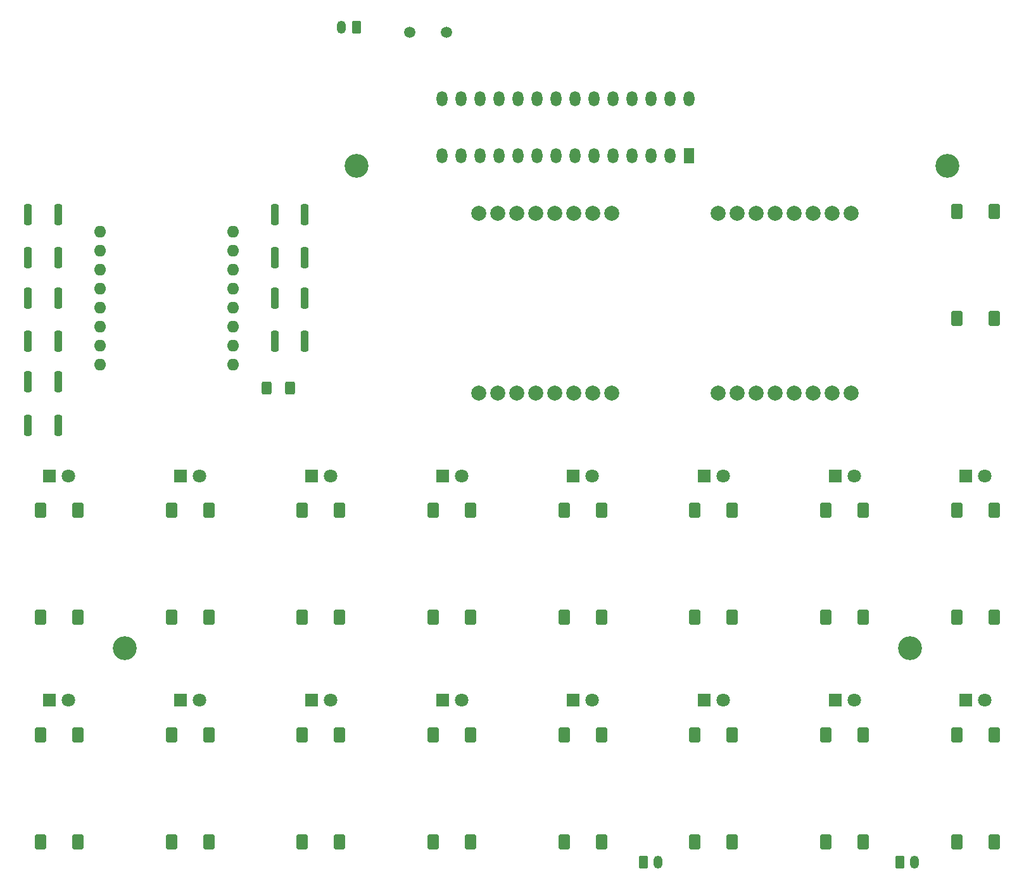
<source format=gbr>
%TF.GenerationSoftware,KiCad,Pcbnew,9.0.3*%
%TF.CreationDate,2026-01-12T23:46:14+01:00*%
%TF.ProjectId,Learning_Numbers,4c656172-6e69-46e6-975f-4e756d626572,rev?*%
%TF.SameCoordinates,Original*%
%TF.FileFunction,Soldermask,Top*%
%TF.FilePolarity,Negative*%
%FSLAX46Y46*%
G04 Gerber Fmt 4.6, Leading zero omitted, Abs format (unit mm)*
G04 Created by KiCad (PCBNEW 9.0.3) date 2026-01-12 23:46:14*
%MOMM*%
%LPD*%
G01*
G04 APERTURE LIST*
G04 Aperture macros list*
%AMRoundRect*
0 Rectangle with rounded corners*
0 $1 Rounding radius*
0 $2 $3 $4 $5 $6 $7 $8 $9 X,Y pos of 4 corners*
0 Add a 4 corners polygon primitive as box body*
4,1,4,$2,$3,$4,$5,$6,$7,$8,$9,$2,$3,0*
0 Add four circle primitives for the rounded corners*
1,1,$1+$1,$2,$3*
1,1,$1+$1,$4,$5*
1,1,$1+$1,$6,$7*
1,1,$1+$1,$8,$9*
0 Add four rect primitives between the rounded corners*
20,1,$1+$1,$2,$3,$4,$5,0*
20,1,$1+$1,$4,$5,$6,$7,0*
20,1,$1+$1,$6,$7,$8,$9,0*
20,1,$1+$1,$8,$9,$2,$3,0*%
G04 Aperture macros list end*
%ADD10C,3.200000*%
%ADD11RoundRect,0.250000X0.500000X-0.750000X0.500000X0.750000X-0.500000X0.750000X-0.500000X-0.750000X0*%
%ADD12R,1.800000X1.800000*%
%ADD13C,1.800000*%
%ADD14RoundRect,0.250000X0.250000X-1.150000X0.250000X1.150000X-0.250000X1.150000X-0.250000X-1.150000X0*%
%ADD15C,2.000000*%
%ADD16RoundRect,0.250000X-0.400000X-0.625000X0.400000X-0.625000X0.400000X0.625000X-0.400000X0.625000X0*%
%ADD17C,1.500000*%
%ADD18RoundRect,0.250000X-0.350000X-0.625000X0.350000X-0.625000X0.350000X0.625000X-0.350000X0.625000X0*%
%ADD19O,1.200000X1.750000*%
%ADD20R,1.440000X2.000000*%
%ADD21O,1.440000X2.000000*%
%ADD22RoundRect,0.250000X0.350000X0.625000X-0.350000X0.625000X-0.350000X-0.625000X0.350000X-0.625000X0*%
%ADD23O,1.600000X1.600000*%
G04 APERTURE END LIST*
D10*
%TO.C,H2*%
X180000000Y-65500000D03*
%TD*%
D11*
%TO.C,SW6*%
X128750000Y-125900000D03*
X128750000Y-111600000D03*
X133750000Y-125900000D03*
X133750000Y-111600000D03*
%TD*%
%TO.C,SW7*%
X146250000Y-125900000D03*
X146250000Y-111600000D03*
X151250000Y-125900000D03*
X151250000Y-111600000D03*
%TD*%
D12*
%TO.C,D8*%
X182480000Y-107000000D03*
D13*
X185020000Y-107000000D03*
%TD*%
D11*
%TO.C,SW2*%
X58750000Y-125900000D03*
X58750000Y-111600000D03*
X63750000Y-125900000D03*
X63750000Y-111600000D03*
%TD*%
D12*
%TO.C,D5*%
X129980000Y-107000000D03*
D13*
X132520000Y-107000000D03*
%TD*%
D14*
%TO.C,SW23*%
X90100000Y-77800000D03*
X90100000Y-72000000D03*
X94100000Y-77800000D03*
X94100000Y-72000000D03*
%TD*%
D11*
%TO.C,SW13*%
X111250000Y-155900000D03*
X111250000Y-141600000D03*
X116250000Y-155900000D03*
X116250000Y-141600000D03*
%TD*%
%TO.C,SW5*%
X111250000Y-125900000D03*
X111250000Y-111600000D03*
X116250000Y-125900000D03*
X116250000Y-111600000D03*
%TD*%
D14*
%TO.C,SW22*%
X90100000Y-89000000D03*
X90100000Y-83200000D03*
X94100000Y-89000000D03*
X94100000Y-83200000D03*
%TD*%
D11*
%TO.C,SW3*%
X76250000Y-125900000D03*
X76250000Y-111600000D03*
X81250000Y-125900000D03*
X81250000Y-111600000D03*
%TD*%
D14*
%TO.C,SW21*%
X57100000Y-100200000D03*
X57100000Y-94400000D03*
X61100000Y-100200000D03*
X61100000Y-94400000D03*
%TD*%
D11*
%TO.C,SW15*%
X146250000Y-155900000D03*
X146250000Y-141600000D03*
X151250000Y-155900000D03*
X151250000Y-141600000D03*
%TD*%
D10*
%TO.C,H3*%
X70000000Y-130000000D03*
%TD*%
D11*
%TO.C,SW11*%
X76250000Y-155900000D03*
X76250000Y-141600000D03*
X81250000Y-155900000D03*
X81250000Y-141600000D03*
%TD*%
D12*
%TO.C,D4*%
X112480000Y-107000000D03*
D13*
X115020000Y-107000000D03*
%TD*%
D12*
%TO.C,D16*%
X182480000Y-137000000D03*
D13*
X185020000Y-137000000D03*
%TD*%
D11*
%TO.C,SW9*%
X181250000Y-125900000D03*
X181250000Y-111600000D03*
X186250000Y-125900000D03*
X186250000Y-111600000D03*
%TD*%
%TO.C,SW8*%
X163750000Y-125900000D03*
X163750000Y-111600000D03*
X168750000Y-125900000D03*
X168750000Y-111600000D03*
%TD*%
D12*
%TO.C,D6*%
X147480000Y-107000000D03*
D13*
X150020000Y-107000000D03*
%TD*%
D11*
%TO.C,SW16*%
X163750000Y-155900000D03*
X163750000Y-141600000D03*
X168750000Y-155900000D03*
X168750000Y-141600000D03*
%TD*%
D12*
%TO.C,D7*%
X164980000Y-107000000D03*
D13*
X167520000Y-107000000D03*
%TD*%
D12*
%TO.C,D2*%
X77480000Y-107000000D03*
D13*
X80020000Y-107000000D03*
%TD*%
D12*
%TO.C,D1*%
X59980000Y-107000000D03*
D13*
X62520000Y-107000000D03*
%TD*%
D11*
%TO.C,SW14*%
X128750000Y-155900000D03*
X128750000Y-141600000D03*
X133750000Y-155900000D03*
X133750000Y-141600000D03*
%TD*%
D14*
%TO.C,SW19*%
X57100000Y-77800000D03*
X57100000Y-72000000D03*
X61100000Y-77800000D03*
X61100000Y-72000000D03*
%TD*%
D12*
%TO.C,D12*%
X112480000Y-137000000D03*
D13*
X115020000Y-137000000D03*
%TD*%
D15*
%TO.C,U9*%
X117310000Y-95890000D03*
X119850000Y-95890000D03*
X122390000Y-95890000D03*
X124930000Y-95890000D03*
X127470000Y-95890000D03*
X130010000Y-95890000D03*
X132550000Y-95890000D03*
X135090000Y-95890000D03*
X135090000Y-71890000D03*
X132550000Y-71890000D03*
X130010000Y-71890000D03*
X127470000Y-71890000D03*
X124930000Y-71890000D03*
X122390000Y-71890000D03*
X119850000Y-71890000D03*
X117310000Y-71890000D03*
%TD*%
D12*
%TO.C,D9*%
X59980000Y-137000000D03*
D13*
X62520000Y-137000000D03*
%TD*%
D11*
%TO.C,SW18*%
X181250000Y-85930000D03*
X181250000Y-71630000D03*
X186250000Y-85930000D03*
X186250000Y-71630000D03*
%TD*%
%TO.C,SW4*%
X93750000Y-125900000D03*
X93750000Y-111600000D03*
X98750000Y-125900000D03*
X98750000Y-111600000D03*
%TD*%
%TO.C,SW10*%
X58750000Y-155900000D03*
X58750000Y-141600000D03*
X63750000Y-155900000D03*
X63750000Y-141600000D03*
%TD*%
D12*
%TO.C,D15*%
X164980000Y-137000000D03*
D13*
X167520000Y-137000000D03*
%TD*%
D12*
%TO.C,D11*%
X94980000Y-137000000D03*
D13*
X97520000Y-137000000D03*
%TD*%
D11*
%TO.C,SW17*%
X181250000Y-155900000D03*
X181250000Y-141600000D03*
X186250000Y-155900000D03*
X186250000Y-141600000D03*
%TD*%
D12*
%TO.C,D14*%
X147480000Y-137000000D03*
D13*
X150020000Y-137000000D03*
%TD*%
D10*
%TO.C,H4*%
X175000000Y-130000000D03*
%TD*%
D16*
%TO.C,R33*%
X89000000Y-95250000D03*
X92100000Y-95250000D03*
%TD*%
D15*
%TO.C,U10*%
X149310000Y-95890000D03*
X151850000Y-95890000D03*
X154390000Y-95890000D03*
X156930000Y-95890000D03*
X159470000Y-95890000D03*
X162010000Y-95890000D03*
X164550000Y-95890000D03*
X167090000Y-95890000D03*
X167090000Y-71890000D03*
X164550000Y-71890000D03*
X162010000Y-71890000D03*
X159470000Y-71890000D03*
X156930000Y-71890000D03*
X154390000Y-71890000D03*
X151850000Y-71890000D03*
X149310000Y-71890000D03*
%TD*%
D10*
%TO.C,H1*%
X101000000Y-65500000D03*
%TD*%
D11*
%TO.C,SW12*%
X93750000Y-155900000D03*
X93750000Y-141600000D03*
X98750000Y-155900000D03*
X98750000Y-141600000D03*
%TD*%
D14*
%TO.C,SW20*%
X57100000Y-89000000D03*
X57100000Y-83200000D03*
X61100000Y-89000000D03*
X61100000Y-83200000D03*
%TD*%
D12*
%TO.C,D13*%
X129980000Y-137000000D03*
D13*
X132520000Y-137000000D03*
%TD*%
D12*
%TO.C,D3*%
X94980000Y-107000000D03*
D13*
X97520000Y-107000000D03*
%TD*%
D12*
%TO.C,D10*%
X77480000Y-137000000D03*
D13*
X80020000Y-137000000D03*
%TD*%
D17*
%TO.C,Y1*%
X113030000Y-47625000D03*
X108150000Y-47625000D03*
%TD*%
D18*
%TO.C,BT1*%
X173625000Y-158660000D03*
D19*
X175625000Y-158660000D03*
%TD*%
D20*
%TO.C,U1*%
X145415000Y-64135000D03*
D21*
X142875000Y-64135000D03*
X140335000Y-64135000D03*
X137795000Y-64135000D03*
X135255000Y-64135000D03*
X132715000Y-64135000D03*
X130175000Y-64135000D03*
X127635000Y-64135000D03*
X125095000Y-64135000D03*
X122555000Y-64135000D03*
X120015000Y-64135000D03*
X117475000Y-64135000D03*
X114935000Y-64135000D03*
X112395000Y-64135000D03*
X112395000Y-56515000D03*
X114935000Y-56515000D03*
X117475000Y-56515000D03*
X120015000Y-56515000D03*
X122555000Y-56515000D03*
X125095000Y-56515000D03*
X127635000Y-56515000D03*
X130175000Y-56515000D03*
X132715000Y-56515000D03*
X135255000Y-56515000D03*
X137795000Y-56515000D03*
X140335000Y-56515000D03*
X142875000Y-56515000D03*
X145415000Y-56515000D03*
%TD*%
D18*
%TO.C,SW1*%
X139335000Y-158660000D03*
D19*
X141335000Y-158660000D03*
%TD*%
D22*
%TO.C,LS1*%
X100965000Y-46990000D03*
D19*
X98965000Y-46990000D03*
%TD*%
D23*
%TO.C,U11*%
X84455000Y-74295000D03*
X84455000Y-76835000D03*
X84455000Y-79375000D03*
X84455000Y-81915000D03*
X84455000Y-84455000D03*
X84455000Y-86995000D03*
X84455000Y-89535000D03*
X84455000Y-92075000D03*
X66675000Y-92075000D03*
X66675000Y-89535000D03*
X66675000Y-86995000D03*
X66675000Y-84455000D03*
X66675000Y-81915000D03*
X66675000Y-79375000D03*
X66675000Y-76835000D03*
X66675000Y-74295000D03*
%TD*%
M02*

</source>
